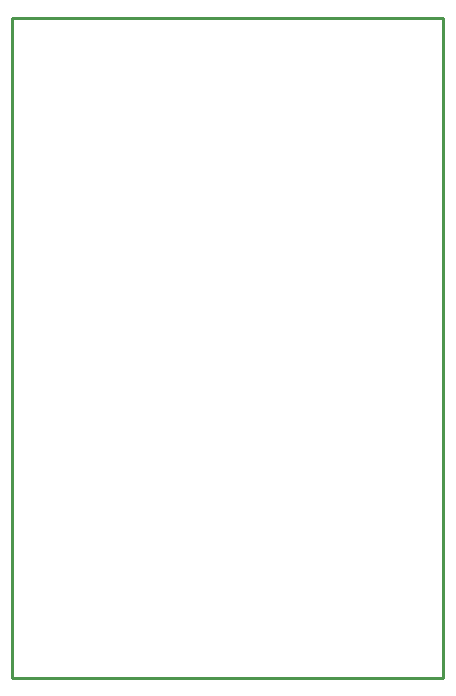
<source format=gbr>
G04 EAGLE Gerber RS-274X export*
G75*
%MOMM*%
%FSLAX34Y34*%
%LPD*%
%IN*%
%IPPOS*%
%AMOC8*
5,1,8,0,0,1.08239X$1,22.5*%
G01*
%ADD10C,0.254000*%


D10*
X139700Y177800D02*
X504700Y177800D01*
X504700Y736500D01*
X139700Y736500D01*
X139700Y177800D01*
M02*

</source>
